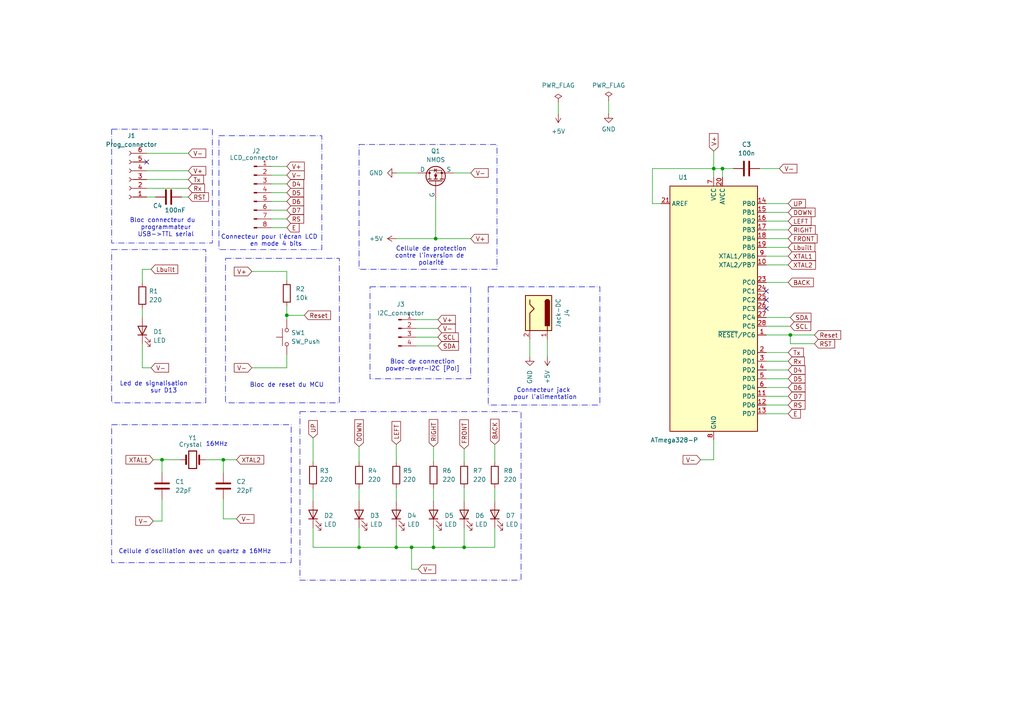
<source format=kicad_sch>
(kicad_sch (version 20250114) (generator "eeschema") (generator_version "9.0")
  (paper "A4")
  (lib_symbols
    (symbol "Connector:Conn_01x04_Pin" (pin_names (offset 1.016) (hide yes))
      (property "Reference" "J" (at 0 5.08 0))
      (property "Value" "Conn_01x04_Pin" (at 0 -7.62 0))
      (symbol "Conn_01x04_Pin_1_1"
        (rectangle (start 0.8636 2.667) (end 0 2.413) (stroke (width 0.1524)) (fill (type outline)))
        (rectangle (start 0.8636 0.127) (end 0 -0.127) (stroke (width 0.1524)) (fill (type outline)))
        (rectangle (start 0.8636 -2.413) (end 0 -2.667) (stroke (width 0.1524)) (fill (type outline)))
        (rectangle (start 0.8636 -4.953) (end 0 -5.207) (stroke (width 0.1524)) (fill (type outline)))
        (polyline (pts (xy 1.27 2.54) (xy 0.8636 2.54)) (stroke (width 0.1524)))
        (polyline (pts (xy 1.27 0) (xy 0.8636 0)) (stroke (width 0.1524)))
        (polyline (pts (xy 1.27 -2.54) (xy 0.8636 -2.54)) (stroke (width 0.1524)))
        (polyline (pts (xy 1.27 -5.08) (xy 0.8636 -5.08)) (stroke (width 0.1524)))
        (pin passive line (at 5.08 2.54 180) (length 3.81) (name "Pin_1") (number "1"))
        (pin passive line (at 5.08 0 180) (length 3.81) (name "Pin_2") (number "2"))
        (pin passive line (at 5.08 -2.54 180) (length 3.81) (name "Pin_3") (number "3"))
        (pin passive line (at 5.08 -5.08 180) (length 3.81) (name "Pin_4") (number "4"))
      )
    )
    (symbol "Connector:Conn_01x06_Socket" (pin_names (offset 1.016) (hide yes))
      (property "Reference" "J" (at 0 7.62 0))
      (property "Value" "Conn_01x06_Socket" (at 0 -10.16 0))
      (symbol "Conn_01x06_Socket_1_1"
        (polyline (pts (xy -1.27 5.08) (xy -0.508 5.08)) (stroke (width 0.1524)))
        (polyline (pts (xy -1.27 2.54) (xy -0.508 2.54)) (stroke (width 0.1524)))
        (polyline (pts (xy -1.27 0) (xy -0.508 0)) (stroke (width 0.1524)))
        (polyline (pts (xy -1.27 -2.54) (xy -0.508 -2.54)) (stroke (width 0.1524)))
        (polyline (pts (xy -1.27 -5.08) (xy -0.508 -5.08)) (stroke (width 0.1524)))
        (polyline (pts (xy -1.27 -7.62) (xy -0.508 -7.62)) (stroke (width 0.1524)))
        (arc (start 0 4.572) (mid -0.5058 5.08) (end 0 5.588) (stroke (width 0.1524)))
        (arc (start 0 2.032) (mid -0.5058 2.54) (end 0 3.048) (stroke (width 0.1524)))
        (arc (start 0 -0.508) (mid -0.5058 0) (end 0 0.508) (stroke (width 0.1524)))
        (arc (start 0 -3.048) (mid -0.5058 -2.54) (end 0 -2.032) (stroke (width 0.1524)))
        (arc (start 0 -5.588) (mid -0.5058 -5.08) (end 0 -4.572) (stroke (width 0.1524)))
        (arc (start 0 -8.128) (mid -0.5058 -7.62) (end 0 -7.112) (stroke (width 0.1524)))
        (pin passive line (at -5.08 5.08 0) (length 3.81) (name "Pin_1") (number "1"))
        (pin passive line (at -5.08 2.54 0) (length 3.81) (name "Pin_2") (number "2"))
        (pin passive line (at -5.08 0 0) (length 3.81) (name "Pin_3") (number "3"))
        (pin passive line (at -5.08 -2.54 0) (length 3.81) (name "Pin_4") (number "4"))
        (pin passive line (at -5.08 -5.08 0) (length 3.81) (name "Pin_5") (number "5"))
        (pin passive line (at -5.08 -7.62 0) (length 3.81) (name "Pin_6") (number "6"))
      )
    )
    (symbol "Connector:Conn_01x08_Pin" (pin_names (offset 1.016) (hide yes))
      (property "Reference" "J" (at 0 10.16 0))
      (property "Value" "Conn_01x08_Pin" (at 0 -12.7 0))
      (symbol "Conn_01x08_Pin_1_1"
        (rectangle (start 0.8636 7.747) (end 0 7.493) (stroke (width 0.1524)) (fill (type outline)))
        (rectangle (start 0.8636 5.207) (end 0 4.953) (stroke (width 0.1524)) (fill (type outline)))
        (rectangle (start 0.8636 2.667) (end 0 2.413) (stroke (width 0.1524)) (fill (type outline)))
        (rectangle (start 0.8636 0.127) (end 0 -0.127) (stroke (width 0.1524)) (fill (type outline)))
        (rectangle (start 0.8636 -2.413) (end 0 -2.667) (stroke (width 0.1524)) (fill (type outline)))
        (rectangle (start 0.8636 -4.953) (end 0 -5.207) (stroke (width 0.1524)) (fill (type outline)))
        (rectangle (start 0.8636 -7.493) (end 0 -7.747) (stroke (width 0.1524)) (fill (type outline)))
        (rectangle (start 0.8636 -10.033) (end 0 -10.287) (stroke (width 0.1524)) (fill (type outline)))
        (polyline (pts (xy 1.27 7.62) (xy 0.8636 7.62)) (stroke (width 0.1524)))
        (polyline (pts (xy 1.27 5.08) (xy 0.8636 5.08)) (stroke (width 0.1524)))
        (polyline (pts (xy 1.27 2.54) (xy 0.8636 2.54)) (stroke (width 0.1524)))
        (polyline (pts (xy 1.27 0) (xy 0.8636 0)) (stroke (width 0.1524)))
        (polyline (pts (xy 1.27 -2.54) (xy 0.8636 -2.54)) (stroke (width 0.1524)))
        (polyline (pts (xy 1.27 -5.08) (xy 0.8636 -5.08)) (stroke (width 0.1524)))
        (polyline (pts (xy 1.27 -7.62) (xy 0.8636 -7.62)) (stroke (width 0.1524)))
        (polyline (pts (xy 1.27 -10.16) (xy 0.8636 -10.16)) (stroke (width 0.1524)))
        (pin passive line (at 5.08 7.62 180) (length 3.81) (name "Pin_1") (number "1"))
        (pin passive line (at 5.08 5.08 180) (length 3.81) (name "Pin_2") (number "2"))
        (pin passive line (at 5.08 2.54 180) (length 3.81) (name "Pin_3") (number "3"))
        (pin passive line (at 5.08 0 180) (length 3.81) (name "Pin_4") (number "4"))
        (pin passive line (at 5.08 -2.54 180) (length 3.81) (name "Pin_5") (number "5"))
        (pin passive line (at 5.08 -5.08 180) (length 3.81) (name "Pin_6") (number "6"))
        (pin passive line (at 5.08 -7.62 180) (length 3.81) (name "Pin_7") (number "7"))
        (pin passive line (at 5.08 -10.16 180) (length 3.81) (name "Pin_8") (number "8"))
      )
    )
    (symbol "Connector:Jack-DC" (pin_names (offset 1.016))
      (property "Reference" "J" (at 0 5.334 0))
      (property "Value" "Jack-DC" (at 0 -5.08 0))
      (symbol "Jack-DC_0_1"
        (rectangle (start -5.08 3.81) (end 5.08 -3.81) (stroke (width 0.254)) (fill (type background)))
        (polyline (pts (xy -3.81 -2.54) (xy -2.54 -2.54) (xy -1.27 -1.27) (xy 0 -2.54) (xy 2.54 -2.54) (xy 5.08 -2.54)) (stroke (width 0.254)))
        (arc (start -3.302 1.905) (mid -3.9343 2.54) (end -3.302 3.175) (stroke (width 0.254)))
        (arc (start -3.302 1.905) (mid -3.9343 2.54) (end -3.302 3.175) (stroke (width 0.254)) (fill (type outline)))
        (rectangle (start 3.683 3.175) (end -3.302 1.905) (stroke (width 0.254)) (fill (type outline)))
        (polyline (pts (xy 5.08 2.54) (xy 3.81 2.54)) (stroke (width 0.254)))
      )
      (symbol "Jack-DC_1_1"
        (pin passive line (at 7.62 2.54 180) (length 2.54) (name "~") (number "1"))
        (pin passive line (at 7.62 -2.54 180) (length 2.54) (name "~") (number "2"))
      )
    )
    (symbol "Device:C" (pin_numbers (hide yes)) (pin_names (offset 0.254))
      (property "Reference" "C" (at 0.635 2.54 0))
      (property "Value" "C" (at 0.635 -2.54 0))
      (symbol "C_0_1"
        (polyline (pts (xy -2.032 0.762) (xy 2.032 0.762)) (stroke (width 0.508)))
        (polyline (pts (xy -2.032 -0.762) (xy 2.032 -0.762)) (stroke (width 0.508)))
      )
      (symbol "C_1_1"
        (pin passive line (at 0 3.81 270) (length 2.794) (name "~") (number "1"))
        (pin passive line (at 0 -3.81 90) (length 2.794) (name "~") (number "2"))
      )
    )
    (symbol "Device:Crystal" (pin_numbers (hide yes)) (pin_names (offset 1.016) (hide yes))
      (property "Reference" "Y" (at 0 3.81 0))
      (property "Value" "Crystal" (at 0 -3.81 0))
      (symbol "Crystal_0_1"
        (polyline (pts (xy -2.54 0) (xy -1.905 0)))
        (polyline (pts (xy -1.905 -1.27) (xy -1.905 1.27)) (stroke (width 0.508)))
        (rectangle (start -1.143 2.54) (end 1.143 -2.54) (stroke (width 0.3048)))
        (polyline (pts (xy 1.905 -1.27) (xy 1.905 1.27)) (stroke (width 0.508)))
        (polyline (pts (xy 2.54 0) (xy 1.905 0)))
      )
      (symbol "Crystal_1_1"
        (pin passive line (at -3.81 0 0) (length 1.27) (name "1") (number "1"))
        (pin passive line (at 3.81 0 180) (length 1.27) (name "2") (number "2"))
      )
    )
    (symbol "Device:LED" (pin_numbers (hide yes)) (pin_names (offset 1.016) (hide yes))
      (property "Reference" "D" (at 0 2.54 0))
      (property "Value" "LED" (at 0 -2.54 0))
      (symbol "LED_0_1"
        (polyline (pts (xy -3.048 -0.762) (xy -4.572 -2.286) (xy -3.81 -2.286) (xy -4.572 -2.286) (xy -4.572 -1.524)))
        (polyline (pts (xy -1.778 -0.762) (xy -3.302 -2.286) (xy -2.54 -2.286) (xy -3.302 -2.286) (xy -3.302 -1.524)))
        (polyline (pts (xy -1.27 0) (xy 1.27 0)))
        (polyline (pts (xy -1.27 -1.27) (xy -1.27 1.27)) (stroke (width 0.254)))
        (polyline (pts (xy 1.27 -1.27) (xy 1.27 1.27) (xy -1.27 0) (xy 1.27 -1.27)) (stroke (width 0.254)))
      )
      (symbol "LED_1_1"
        (pin passive line (at -3.81 0 0) (length 2.54) (name "K") (number "1"))
        (pin passive line (at 3.81 0 180) (length 2.54) (name "A") (number "2"))
      )
    )
    (symbol "Device:R" (pin_numbers (hide yes)) (pin_names (offset 0))
      (property "Reference" "R" (at 2.032 0 90))
      (property "Value" "R" (at 0 0 90))
      (symbol "R_0_1"
        (rectangle (start -1.016 -2.54) (end 1.016 2.54) (stroke (width 0.254)))
      )
      (symbol "R_1_1"
        (pin passive line (at 0 3.81 270) (length 1.27) (name "~") (number "1"))
        (pin passive line (at 0 -3.81 90) (length 1.27) (name "~") (number "2"))
      )
    )
    (symbol "MCU_Microchip_ATmega:ATmega328-P"
      (property "Reference" "U" (at -12.7 36.83 0))
      (property "Value" "ATmega328-P" (at 2.54 -36.83 0))
      (symbol "ATmega328-P_0_1"
        (rectangle (start -12.7 -35.56) (end 12.7 35.56) (stroke (width 0.254)) (fill (type background)))
      )
      (symbol "ATmega328-P_1_1"
        (pin passive line (at -15.24 30.48 0) (length 2.54) (name "AREF") (number "21"))
        (pin power_in line (at 0 38.1 270) (length 2.54) (name "VCC") (number "7"))
        (pin passive line (at 0 -38.1 90) (length 2.54) (hide yes) (name "GND") (number "22"))
        (pin power_in line (at 0 -38.1 90) (length 2.54) (name "GND") (number "8"))
        (pin power_in line (at 2.54 38.1 270) (length 2.54) (name "AVCC") (number "20"))
        (pin bidirectional line (at 15.24 30.48 180) (length 2.54) (name "PB0") (number "14"))
        (pin bidirectional line (at 15.24 27.94 180) (length 2.54) (name "PB1") (number "15"))
        (pin bidirectional line (at 15.24 25.4 180) (length 2.54) (name "PB2") (number "16"))
        (pin bidirectional line (at 15.24 22.86 180) (length 2.54) (name "PB3") (number "17"))
        (pin bidirectional line (at 15.24 20.32 180) (length 2.54) (name "PB4") (number "18"))
        (pin bidirectional line (at 15.24 17.78 180) (length 2.54) (name "PB5") (number "19"))
        (pin bidirectional line (at 15.24 15.24 180) (length 2.54) (name "XTAL1/PB6") (number "9"))
        (pin bidirectional line (at 15.24 12.7 180) (length 2.54) (name "XTAL2/PB7") (number "10"))
        (pin bidirectional line (at 15.24 7.62 180) (length 2.54) (name "PC0") (number "23"))
        (pin bidirectional line (at 15.24 5.08 180) (length 2.54) (name "PC1") (number "24"))
        (pin bidirectional line (at 15.24 2.54 180) (length 2.54) (name "PC2") (number "25"))
        (pin bidirectional line (at 15.24 0 180) (length 2.54) (name "PC3") (number "26"))
        (pin bidirectional line (at 15.24 -2.54 180) (length 2.54) (name "PC4") (number "27"))
        (pin bidirectional line (at 15.24 -5.08 180) (length 2.54) (name "PC5") (number "28"))
        (pin bidirectional line (at 15.24 -7.62 180) (length 2.54) (name "~{RESET}/PC6") (number "1"))
        (pin bidirectional line (at 15.24 -12.7 180) (length 2.54) (name "PD0") (number "2"))
        (pin bidirectional line (at 15.24 -15.24 180) (length 2.54) (name "PD1") (number "3"))
        (pin bidirectional line (at 15.24 -17.78 180) (length 2.54) (name "PD2") (number "4"))
        (pin bidirectional line (at 15.24 -20.32 180) (length 2.54) (name "PD3") (number "5"))
        (pin bidirectional line (at 15.24 -22.86 180) (length 2.54) (name "PD4") (number "6"))
        (pin bidirectional line (at 15.24 -25.4 180) (length 2.54) (name "PD5") (number "11"))
        (pin bidirectional line (at 15.24 -27.94 180) (length 2.54) (name "PD6") (number "12"))
        (pin bidirectional line (at 15.24 -30.48 180) (length 2.54) (name "PD7") (number "13"))
      )
    )
    (symbol "Simulation_SPICE:NMOS" (pin_numbers (hide yes)) (pin_names (offset 0))
      (property "Reference" "Q1" (at 8.89 0 90))
      (property "Value" "NMOS" (at 6.35 0 90))
      (symbol "NMOS_0_1"
        (polyline (pts (xy 0.254 1.905) (xy 0.254 -1.905)) (stroke (width 0.254)))
        (polyline (pts (xy 0.254 0) (xy -2.54 0)))
        (polyline (pts (xy 0.762 2.286) (xy 0.762 1.27)) (stroke (width 0.254)))
        (polyline (pts (xy 0.762 0.508) (xy 0.762 -0.508)) (stroke (width 0.254)))
        (polyline (pts (xy 0.762 -1.27) (xy 0.762 -2.286)) (stroke (width 0.254)))
        (polyline (pts (xy 0.762 -1.778) (xy 3.302 -1.778) (xy 3.302 1.778) (xy 0.762 1.778)))
        (polyline (pts (xy 1.016 0) (xy 2.032 0.381) (xy 2.032 -0.381) (xy 1.016 0)) (fill (type outline)))
        (circle (center 1.651 0) (radius 2.794) (stroke (width 0.254)))
        (polyline (pts (xy 2.54 2.54) (xy 2.54 1.778)))
        (circle (center 2.54 1.778) (radius 0.254) (fill (type outline)))
        (circle (center 2.54 -1.778) (radius 0.254) (fill (type outline)))
        (polyline (pts (xy 2.54 -2.54) (xy 2.54 0) (xy 0.762 0)))
        (polyline (pts (xy 2.794 0.508) (xy 2.921 0.381) (xy 3.683 0.381) (xy 3.81 0.254)))
        (polyline (pts (xy 3.302 0.381) (xy 2.921 -0.254) (xy 3.683 -0.254) (xy 3.302 0.381)))
      )
      (symbol "NMOS_1_1"
        (pin input line (at -5.08 0 0) (length 2.54) (name "G") (number "2"))
        (pin passive line (at 2.54 5.08 270) (length 2.54) (name "D") (number "1"))
        (pin power_out line (at 2.54 -5.08 90) (length 2.54) (name "S") (number "3"))
      )
    )
    (symbol "Switch:SW_Push" (pin_numbers (hide yes)) (pin_names (offset 1.016) (hide yes))
      (property "Reference" "SW" (at 1.27 2.54 0))
      (property "Value" "SW_Push" (at 0 -1.524 0))
      (symbol "SW_Push_0_1"
        (circle (center -2.032 0) (radius 0.508))
        (polyline (pts (xy 0 1.27) (xy 0 3.048)))
        (circle (center 2.032 0) (radius 0.508))
        (polyline (pts (xy 2.54 1.27) (xy -2.54 1.27)))
        (pin passive line (at -5.08 0 0) (length 2.54) (name "1") (number "1"))
        (pin passive line (at 5.08 0 180) (length 2.54) (name "2") (number "2"))
      )
    )
    (symbol "power:+5V" (power) (pin_numbers (hide yes)) (pin_names (offset 0) (hide yes))
      (property "Value" "+5V" (at 0 3.556 0))
      (symbol "+5V_0_1"
        (polyline (pts (xy -0.762 1.27) (xy 0 2.54)))
        (polyline (pts (xy 0 2.54) (xy 0.762 1.27)))
        (polyline (pts (xy 0 0) (xy 0 2.54)))
      )
      (symbol "+5V_1_1"
        (pin power_in line (at 0 0 90) (length 0) (name "~") (number "1"))
      )
    )
    (symbol "power:GND" (power) (pin_numbers (hide yes)) (pin_names (offset 0) (hide yes))
      (property "Value" "GND" (at 0 -3.81 0))
      (symbol "GND_0_1"
        (polyline (pts (xy 0 0) (xy 0 -1.27) (xy 1.27 -1.27) (xy 0 -2.54) (xy -1.27 -1.27) (xy 0 -1.27)))
      )
      (symbol "GND_1_1"
        (pin power_in line (at 0 0 270) (length 0) (name "~") (number "1"))
      )
    )
    (symbol "power:PWR_FLAG" (power) (pin_numbers (hide yes)) (pin_names (offset 0) (hide yes))
      (property "Value" "PWR_FLAG" (at 0 3.81 0))
      (symbol "PWR_FLAG_0_0"
        (pin power_out line (at 0 0 90) (length 0) (name "~") (number "1"))
      )
      (symbol "PWR_FLAG_0_1"
        (polyline (pts (xy 0 0) (xy 0 1.27) (xy -1.016 1.905) (xy 0 2.54) (xy 1.016 1.905) (xy 0 1.27)))
      )
    )
  )
  (rectangle (start 32.385 123.19) (end 84.455 163.195) (stroke (width 0) (type dash_dot)))
  (rectangle (start 32.385 37.465) (end 61.595 70.485) (stroke (width 0) (type dash_dot)))
  (rectangle (start 107.315 83.185) (end 136.525 109.855) (stroke (width 0) (type dash_dot)))
  (rectangle (start 104.14 41.91) (end 144.145 78.105) (stroke (width 0) (type dash_dot)))
  (rectangle (start 65.405 74.93) (end 98.425 116.84) (stroke (width 0) (type dash_dot)))
  (rectangle (start 86.995 119.38) (end 151.13 168.275) (stroke (width 0) (type dash_dot)))
  (rectangle (start 32.385 72.39) (end 59.69 116.84) (stroke (width 0) (type dash_dot)))
  (rectangle (start 63.5 39.37) (end 93.345 72.39) (stroke (width 0) (type dash_dot)))
  (rectangle (start 141.605 83.185) (end 173.99 117.475) (stroke (width 0) (type dash_dot)))
  (text "16MHz" (at 62.865 128.905 0) (effects (font (size 1.27 1.27))))
  (text "Bloc connecteur du \n programmateur\n USB->TTL serial" (at 47.625 66.04 0) (effects (font (size 1.27 1.27))))
  (text "Bloc de reset du MCU" (at 83.185 111.76 0) (effects (font (size 1.27 1.27))))
  (text "Bloc de connection\npower-over-I2C [PoI]" (at 122.555 106.045 0) (effects (font (size 1.27 1.27))))
  (text "Led de signalisation \n	sur D13" (at 45.085 112.395 0) (effects (font (size 1.27 1.27))))
  (text "Cellule d'oscillation avec un quartz a 16MHz" (at 56.515 160.02 0) (effects (font (size 1.27 1.27))))
  (text "Connecteur jack \npour l'alimentation" (at 158.115 114.3 0) (effects (font (size 1.27 1.27))))
  (text "Cellule de protection\ncontre l'inversion de \npolarité" (at 125.095 74.295 0) (effects (font (size 1.27 1.27))))
  (text "Connecteur pour l'écran LCD\n    en mode 4 bits" (at 78.105 69.85 0) (effects (font (size 1.27 1.27))))
  (junction (at 126.365 69.215))
  (junction (at 207.01 48.895))
  (junction (at 114.935 158.75))
  (junction (at 104.14 158.75))
  (junction (at 134.62 158.75))
  (junction (at 125.73 158.75))
  (junction (at 46.99 133.35))
  (junction (at 64.77 133.35))
  (junction (at 229.235 97.155))
  (junction (at 209.55 48.895))
  (junction (at 119.38 158.75))
  (junction (at 83.185 91.44))
  (no_connect (at 222.25 86.995))
  (no_connect (at 42.545 46.99))
  (no_connect (at 222.25 89.535))
  (no_connect (at 222.25 84.455))
  (wire (pts (xy 104.14 141.605) (xy 104.14 145.415)))
  (wire (pts (xy 125.73 158.75) (xy 119.38 158.75)))
  (wire (pts (xy 41.275 99.695) (xy 41.275 106.68)))
  (wire (pts (xy 46.99 151.13) (xy 44.45 151.13)))
  (wire (pts (xy 42.545 52.07) (xy 54.61 52.07)))
  (wire (pts (xy 43.815 106.68) (xy 41.275 106.68)))
  (wire (pts (xy 134.62 158.75) (xy 125.73 158.75)))
  (wire (pts (xy 222.25 81.915) (xy 228.6 81.915)))
  (wire (pts (xy 83.185 88.9) (xy 83.185 91.44)))
  (wire (pts (xy 222.25 61.595) (xy 228.6 61.595)))
  (wire (pts (xy 73.025 106.68) (xy 83.185 106.68)))
  (wire (pts (xy 120.65 100.33) (xy 127 100.33)))
  (wire (pts (xy 220.345 48.895) (xy 226.06 48.895)))
  (wire (pts (xy 90.805 127) (xy 90.805 133.985)))
  (wire (pts (xy 42.545 57.15) (xy 45.085 57.15)))
  (wire (pts (xy 46.99 137.16) (xy 46.99 133.35)))
  (wire (pts (xy 236.22 97.155) (xy 229.235 97.155)))
  (wire (pts (xy 222.25 94.615) (xy 229.235 94.615)))
  (wire (pts (xy 104.14 158.75) (xy 90.805 158.75)))
  (wire (pts (xy 83.185 78.74) (xy 83.185 81.28)))
  (wire (pts (xy 42.545 44.45) (xy 54.61 44.45)))
  (wire (pts (xy 44.45 133.35) (xy 46.99 133.35)))
  (wire (pts (xy 125.73 129.54) (xy 125.73 133.985)))
  (wire (pts (xy 222.25 117.475) (xy 228.6 117.475)))
  (wire (pts (xy 78.74 60.96) (xy 83.185 60.96)))
  (wire (pts (xy 64.77 150.495) (xy 68.58 150.495)))
  (wire (pts (xy 42.545 49.53) (xy 54.61 49.53)))
  (wire (pts (xy 114.935 158.75) (xy 104.14 158.75)))
  (wire (pts (xy 134.62 130.175) (xy 134.62 133.985)))
  (wire (pts (xy 222.25 120.015) (xy 228.6 120.015)))
  (wire (pts (xy 222.25 64.135) (xy 228.6 64.135)))
  (wire (pts (xy 120.65 92.71) (xy 127 92.71)))
  (wire (pts (xy 203.2 133.35) (xy 207.01 133.35)))
  (wire (pts (xy 119.38 165.1) (xy 121.285 165.1)))
  (wire (pts (xy 114.935 128.905) (xy 114.935 133.985)))
  (wire (pts (xy 236.22 99.695) (xy 229.235 99.695)))
  (wire (pts (xy 78.74 48.26) (xy 83.185 48.26)))
  (wire (pts (xy 46.99 144.78) (xy 46.99 151.13)))
  (wire (pts (xy 143.51 158.75) (xy 134.62 158.75)))
  (wire (pts (xy 46.99 133.35) (xy 52.07 133.35)))
  (wire (pts (xy 222.25 112.395) (xy 228.6 112.395)))
  (wire (pts (xy 59.69 133.35) (xy 64.77 133.35)))
  (wire (pts (xy 222.25 71.755) (xy 228.6 71.755)))
  (wire (pts (xy 104.14 153.035) (xy 104.14 158.75)))
  (wire (pts (xy 222.25 114.935) (xy 228.6 114.935)))
  (wire (pts (xy 134.62 141.605) (xy 134.62 145.415)))
  (wire (pts (xy 119.38 158.75) (xy 114.935 158.75)))
  (wire (pts (xy 222.25 107.315) (xy 228.6 107.315)))
  (wire (pts (xy 90.805 153.035) (xy 90.805 158.75)))
  (wire (pts (xy 41.275 78.105) (xy 41.275 81.915)))
  (wire (pts (xy 222.25 102.235) (xy 228.6 102.235)))
  (wire (pts (xy 134.62 153.035) (xy 134.62 158.75)))
  (wire (pts (xy 104.14 129.54) (xy 104.14 133.985)))
  (wire (pts (xy 78.74 58.42) (xy 83.185 58.42)))
  (wire (pts (xy 207.01 127.635) (xy 207.01 133.35)))
  (wire (pts (xy 229.235 97.155) (xy 222.25 97.155)))
  (wire (pts (xy 189.23 59.055) (xy 189.23 48.895)))
  (wire (pts (xy 143.51 141.605) (xy 143.51 145.415)))
  (wire (pts (xy 229.235 99.695) (xy 229.235 97.155)))
  (wire (pts (xy 42.545 54.61) (xy 54.61 54.61)))
  (wire (pts (xy 119.38 158.75) (xy 119.38 165.1)))
  (wire (pts (xy 222.25 59.055) (xy 228.6 59.055)))
  (wire (pts (xy 222.25 109.855) (xy 228.6 109.855)))
  (wire (pts (xy 125.73 141.605) (xy 125.73 145.415)))
  (wire (pts (xy 222.25 69.215) (xy 228.6 69.215)))
  (wire (pts (xy 161.925 29.845) (xy 161.925 33.02)))
  (wire (pts (xy 212.725 48.895) (xy 209.55 48.895)))
  (wire (pts (xy 90.805 141.605) (xy 90.805 145.415)))
  (wire (pts (xy 78.74 53.34) (xy 83.185 53.34)))
  (wire (pts (xy 114.935 141.605) (xy 114.935 145.415)))
  (wire (pts (xy 52.705 57.15) (xy 54.61 57.15)))
  (wire (pts (xy 209.55 48.895) (xy 207.01 48.895)))
  (wire (pts (xy 176.53 29.21) (xy 176.53 33.02)))
  (wire (pts (xy 153.67 98.425) (xy 153.67 103.505)))
  (wire (pts (xy 83.185 91.44) (xy 88.265 91.44)))
  (wire (pts (xy 222.25 74.295) (xy 228.6 74.295)))
  (wire (pts (xy 41.275 89.535) (xy 41.275 92.075)))
  (wire (pts (xy 222.25 66.675) (xy 228.6 66.675)))
  (wire (pts (xy 83.185 91.44) (xy 83.185 92.71)))
  (wire (pts (xy 64.77 144.78) (xy 64.77 150.495)))
  (wire (pts (xy 73.025 78.74) (xy 83.185 78.74)))
  (wire (pts (xy 191.77 59.055) (xy 189.23 59.055)))
  (wire (pts (xy 78.74 66.04) (xy 83.185 66.04)))
  (wire (pts (xy 131.445 50.165) (xy 136.525 50.165)))
  (wire (pts (xy 78.74 55.88) (xy 83.185 55.88)))
  (wire (pts (xy 143.51 128.905) (xy 143.51 133.985)))
  (wire (pts (xy 43.815 78.105) (xy 41.275 78.105)))
  (wire (pts (xy 222.25 92.075) (xy 229.235 92.075)))
  (wire (pts (xy 189.23 48.895) (xy 207.01 48.895)))
  (wire (pts (xy 78.74 63.5) (xy 83.185 63.5)))
  (wire (pts (xy 126.365 69.215) (xy 136.525 69.215)))
  (wire (pts (xy 207.01 43.815) (xy 207.01 48.895)))
  (wire (pts (xy 158.75 98.425) (xy 158.75 103.505)))
  (wire (pts (xy 207.01 51.435) (xy 207.01 48.895)))
  (wire (pts (xy 222.25 76.835) (xy 228.6 76.835)))
  (wire (pts (xy 114.935 153.035) (xy 114.935 158.75)))
  (wire (pts (xy 114.935 69.215) (xy 126.365 69.215)))
  (wire (pts (xy 78.74 50.8) (xy 83.185 50.8)))
  (wire (pts (xy 114.935 50.165) (xy 121.285 50.165)))
  (wire (pts (xy 143.51 153.035) (xy 143.51 158.75)))
  (wire (pts (xy 209.55 48.895) (xy 209.55 51.435)))
  (wire (pts (xy 126.365 57.785) (xy 126.365 69.215)))
  (wire (pts (xy 120.65 95.25) (xy 127 95.25)))
  (wire (pts (xy 120.65 97.79) (xy 127 97.79)))
  (wire (pts (xy 222.25 104.775) (xy 228.6 104.775)))
  (wire (pts (xy 125.73 153.035) (xy 125.73 158.75)))
  (wire (pts (xy 83.185 102.87) (xy 83.185 106.68)))
  (wire (pts (xy 64.77 133.35) (xy 64.77 137.16)))
  (wire (pts (xy 64.77 133.35) (xy 68.58 133.35)))
  (global_label "D7" (shape input) (at 83.185 60.96 0) (property "Intersheetrefs" "${INTERSHEET_REFS}" (effects (hide yes))))
  (global_label "V-" (shape input) (at 44.45 151.13 180) (property "Intersheetrefs" "${INTERSHEET_REFS}" (effects (hide yes))))
  (global_label "D6" (shape input) (at 83.185 58.42 0) (property "Intersheetrefs" "${INTERSHEET_REFS}" (effects (hide yes))))
  (global_label "BACK" (shape input) (at 143.51 128.905 90) (property "Intersheetrefs" "${INTERSHEET_REFS}" (effects (hide yes))))
  (global_label "XTAL1" (shape input) (at 44.45 133.35 180) (property "Intersheetrefs" "${INTERSHEET_REFS}" (effects (hide yes))))
  (global_label "V+" (shape input) (at 83.185 48.26 0) (property "Intersheetrefs" "${INTERSHEET_REFS}" (effects (hide yes))))
  (global_label "V-" (shape input) (at 68.58 150.495 0) (property "Intersheetrefs" "${INTERSHEET_REFS}" (effects (hide yes))))
  (global_label "Lbuilt" (shape input) (at 43.815 78.105 0) (property "Intersheetrefs" "${INTERSHEET_REFS}" (effects (hide yes))))
  (global_label "Lbuilt" (shape input) (at 228.6 71.755 0) (property "Intersheetrefs" "${INTERSHEET_REFS}" (effects (hide yes))))
  (global_label "Tx" (shape input) (at 54.61 52.07 0) (property "Intersheetrefs" "${INTERSHEET_REFS}" (effects (hide yes))))
  (global_label "V-" (shape input) (at 43.815 106.68 0) (property "Intersheetrefs" "${INTERSHEET_REFS}" (effects (hide yes))))
  (global_label "D6" (shape input) (at 228.6 112.395 0) (property "Intersheetrefs" "${INTERSHEET_REFS}" (effects (hide yes))))
  (global_label "XTAL2" (shape input) (at 228.6 76.835 0) (property "Intersheetrefs" "${INTERSHEET_REFS}" (effects (hide yes))))
  (global_label "RST" (shape input) (at 236.22 99.695 0) (property "Intersheetrefs" "${INTERSHEET_REFS}" (effects (hide yes))))
  (global_label "D5" (shape input) (at 228.6 109.855 0) (property "Intersheetrefs" "${INTERSHEET_REFS}" (effects (hide yes))))
  (global_label "V-" (shape input) (at 54.61 44.45 0) (property "Intersheetrefs" "${INTERSHEET_REFS}" (effects (hide yes))))
  (global_label "LEFT" (shape input) (at 228.6 64.135 0) (property "Intersheetrefs" "${INTERSHEET_REFS}" (effects (hide yes))))
  (global_label "V+" (shape input) (at 136.525 69.215 0) (property "Intersheetrefs" "${INTERSHEET_REFS}" (effects (hide yes))))
  (global_label "V+" (shape input) (at 207.01 43.815 90) (property "Intersheetrefs" "${INTERSHEET_REFS}" (effects (hide yes))))
  (global_label "D4" (shape input) (at 83.185 53.34 0) (property "Intersheetrefs" "${INTERSHEET_REFS}" (effects (hide yes))))
  (global_label "Reset" (shape input) (at 236.22 97.155 0) (property "Intersheetrefs" "${INTERSHEET_REFS}" (effects (hide yes))))
  (global_label "V-" (shape input) (at 136.525 50.165 0) (property "Intersheetrefs" "${INTERSHEET_REFS}" (effects (hide yes))))
  (global_label "RIGHT" (shape input) (at 125.73 129.54 90) (property "Intersheetrefs" "${INTERSHEET_REFS}" (effects (hide yes))))
  (global_label "V+" (shape input) (at 54.61 49.53 0) (property "Intersheetrefs" "${INTERSHEET_REFS}" (effects (hide yes))))
  (global_label "SDA" (shape input) (at 229.235 92.075 0) (property "Intersheetrefs" "${INTERSHEET_REFS}" (effects (hide yes))))
  (global_label "D7" (shape input) (at 228.6 114.935 0) (property "Intersheetrefs" "${INTERSHEET_REFS}" (effects (hide yes))))
  (global_label "V-" (shape input) (at 83.185 50.8 0) (property "Intersheetrefs" "${INTERSHEET_REFS}" (effects (hide yes))))
  (global_label "V+" (shape input) (at 127 92.71 0) (property "Intersheetrefs" "${INTERSHEET_REFS}" (effects (hide yes))))
  (global_label "BACK" (shape input) (at 228.6 81.915 0) (property "Intersheetrefs" "${INTERSHEET_REFS}" (effects (hide yes))))
  (global_label "V-" (shape input) (at 121.285 165.1 0) (property "Intersheetrefs" "${INTERSHEET_REFS}" (effects (hide yes))))
  (global_label "UP" (shape input) (at 228.6 59.055 0) (property "Intersheetrefs" "${INTERSHEET_REFS}" (effects (hide yes))))
  (global_label "E" (shape input) (at 228.6 120.015 0) (property "Intersheetrefs" "${INTERSHEET_REFS}" (effects (hide yes))))
  (global_label "D4" (shape input) (at 228.6 107.315 0) (property "Intersheetrefs" "${INTERSHEET_REFS}" (effects (hide yes))))
  (global_label "XTAL1" (shape input) (at 228.6 74.295 0) (property "Intersheetrefs" "${INTERSHEET_REFS}" (effects (hide yes))))
  (global_label "V-" (shape input) (at 226.06 48.895 0) (property "Intersheetrefs" "${INTERSHEET_REFS}" (effects (hide yes))))
  (global_label "RIGHT" (shape input) (at 228.6 66.675 0) (property "Intersheetrefs" "${INTERSHEET_REFS}" (effects (hide yes))))
  (global_label "V-" (shape input) (at 127 95.25 0) (property "Intersheetrefs" "${INTERSHEET_REFS}" (effects (hide yes))))
  (global_label "RST" (shape input) (at 54.61 57.15 0) (property "Intersheetrefs" "${INTERSHEET_REFS}" (effects (hide yes))))
  (global_label "SCL" (shape input) (at 229.235 94.615 0) (property "Intersheetrefs" "${INTERSHEET_REFS}" (effects (hide yes))))
  (global_label "Reset" (shape input) (at 88.265 91.44 0) (property "Intersheetrefs" "${INTERSHEET_REFS}" (effects (hide yes))))
  (global_label "D5" (shape input) (at 83.185 55.88 0) (property "Intersheetrefs" "${INTERSHEET_REFS}" (effects (hide yes))))
  (global_label "FRONT" (shape input) (at 134.62 130.175 90) (property "Intersheetrefs" "${INTERSHEET_REFS}" (effects (hide yes))))
  (global_label "UP" (shape input) (at 90.805 127 90) (property "Intersheetrefs" "${INTERSHEET_REFS}" (effects (hide yes))))
  (global_label "Rx" (shape input) (at 228.6 104.775 0) (property "Intersheetrefs" "${INTERSHEET_REFS}" (effects (hide yes))))
  (global_label "Rx" (shape input) (at 54.61 54.61 0) (property "Intersheetrefs" "${INTERSHEET_REFS}" (effects (hide yes))))
  (global_label "DOWN" (shape input) (at 104.14 129.54 90) (property "Intersheetrefs" "${INTERSHEET_REFS}" (effects (hide yes))))
  (global_label "LEFT" (shape input) (at 114.935 128.905 90) (property "Intersheetrefs" "${INTERSHEET_REFS}" (effects (hide yes))))
  (global_label "RS" (shape input) (at 83.185 63.5 0) (property "Intersheetrefs" "${INTERSHEET_REFS}" (effects (hide yes))))
  (global_label "XTAL2" (shape input) (at 68.58 133.35 0) (property "Intersheetrefs" "${INTERSHEET_REFS}" (effects (hide yes))))
  (global_label "V-" (shape input) (at 203.2 133.35 180) (property "Intersheetrefs" "${INTERSHEET_REFS}" (effects (hide yes))))
  (global_label "FRONT" (shape input) (at 228.6 69.215 0) (property "Intersheetrefs" "${INTERSHEET_REFS}" (effects (hide yes))))
  (global_label "E" (shape input) (at 83.185 66.04 0) (property "Intersheetrefs" "${INTERSHEET_REFS}" (effects (hide yes))))
  (global_label "SCL" (shape input) (at 127 97.79 0) (property "Intersheetrefs" "${INTERSHEET_REFS}" (effects (hide yes))))
  (global_label "SDA" (shape input) (at 127 100.33 0) (property "Intersheetrefs" "${INTERSHEET_REFS}" (effects (hide yes))))
  (global_label "DOWN" (shape input) (at 228.6 61.595 0) (property "Intersheetrefs" "${INTERSHEET_REFS}" (effects (hide yes))))
  (global_label "V+" (shape input) (at 73.025 78.74 180) (property "Intersheetrefs" "${INTERSHEET_REFS}" (effects (hide yes))))
  (global_label "V-" (shape input) (at 73.025 106.68 180) (property "Intersheetrefs" "${INTERSHEET_REFS}" (effects (hide yes))))
  (global_label "Tx" (shape input) (at 228.6 102.235 0) (property "Intersheetrefs" "${INTERSHEET_REFS}" (effects (hide yes))))
  (global_label "RS" (shape input) (at 228.6 117.475 0) (property "Intersheetrefs" "${INTERSHEET_REFS}" (effects (hide yes))))
  (symbol (lib_id "Device:C") (at 64.77 140.97 0) (unit 1)
    (property "Reference" "C2" (at 68.58 139.6999 0) (effects (justify left)))
    (property "Value" "22pF" (at 68.58 142.2399 0) (effects (justify left)))
    (property "Footprint" "Capacitor_THT:C_Disc_D7.5mm_W5.0mm_P7.50mm" (effects (hide yes)))
    (property "Description" "Unpolarized capacitor" (effects (hide yes)))
  )
  (symbol (lib_id "Device:C") (at 48.895 57.15 90) (unit 1)
    (property "Reference" "C4" (at 45.72 59.69 90))
    (property "Value" "100nF" (at 50.8 60.96 90))
    (property "Footprint" "Capacitor_THT:C_Disc_D7.5mm_W5.0mm_P7.50mm" (effects (hide yes)))
    (property "Description" "Unpolarized capacitor" (effects (hide yes)))
  )
  (symbol (lib_id "Device:R") (at 114.935 137.795 0) (unit 1)
    (property "Reference" "R5" (at 116.84 136.5249 0) (effects (justify left)))
    (property "Value" "220" (at 116.84 139.0649 0) (effects (justify left)))
    (property "Footprint" "Resistor_THT:R_Axial_DIN0207_L6.3mm_D2.5mm_P7.62mm_Horizontal" (effects (hide yes)))
    (property "Description" "Resistor" (effects (hide yes)))
  )
  (symbol (lib_id "power:+5V") (at 114.935 69.215 90) (unit 1)
    (property "Reference" "#PWR03" (effects (hide yes)))
    (property "Value" "+5V" (at 111.125 69.2149 90) (effects (justify left)))
    (property "Description" "Power symbol creates a global label with name \"+5V\"" (effects (hide yes)))
  )
  (symbol (lib_id "power:PWR_FLAG") (at 161.925 29.845 0) (unit 1)
    (property "Reference" "#FLG01" (effects (hide yes)))
    (property "Value" "PWR_FLAG" (at 161.925 24.765 0))
    (property "Description" "Special symbol for telling ERC where power comes from" (effects (hide yes)))
  )
  (symbol (lib_id "Connector:Conn_01x04_Pin") (at 115.57 95.25 0) (unit 1)
    (property "Reference" "J3" (at 116.205 88.265 0))
    (property "Value" "I2C_connector" (at 116.205 90.805 0))
    (property "Footprint" "Connector_JST:JST_EH_S4B-EH_1x04_P2.50mm_Horizontal" (effects (hide yes)))
    (property "Description" "Generic connector, single row, 01x04, script generated" (effects (hide yes)))
  )
  (symbol (lib_id "Device:Crystal") (at 55.88 133.35 180) (unit 1)
    (property "Reference" "Y1" (at 55.88 127 0))
    (property "Value" "Crystal" (at 55.245 128.905 0))
    (property "Footprint" "Crystal:Crystal_HC49-U_Vertical" (effects (hide yes)))
    (property "Description" "Two pin crystal" (effects (hide yes)))
  )
  (symbol (lib_id "Device:R") (at 134.62 137.795 0) (unit 1)
    (property "Reference" "R7" (at 137.16 136.5249 0) (effects (justify left)))
    (property "Value" "220" (at 137.16 139.0649 0) (effects (justify left)))
    (property "Footprint" "Resistor_THT:R_Axial_DIN0207_L6.3mm_D2.5mm_P7.62mm_Horizontal" (effects (hide yes)))
    (property "Description" "Resistor" (effects (hide yes)))
  )
  (symbol (lib_id "Simulation_SPICE:NMOS") (at 126.365 52.705 90) (unit 1)
    (property "Reference" "Q1" (at 126.365 43.815 90))
    (property "Value" "NMOS" (at 126.365 46.355 90))
    (property "Footprint" "Package_TO_SOT_THT:TO-220F-3_Vertical" (effects (hide yes)))
    (property "Datasheet" "https://ngspice.sourceforge.io/docs/ngspice-html-manual/manual.xhtml#cha_MOSFETs" (effects (hide yes)))
    (property "Description" "N-MOSFET transistor, drain/source/gate" (effects (hide yes)))
    (property "Sim.Device" "NMOS" (effects (hide yes)))
    (property "Sim.Type" "VDMOS" (effects (hide yes)))
    (property "Sim.Pins" "1=D 2=G 3=S" (effects (hide yes)))
  )
  (symbol (lib_id "Device:LED") (at 104.14 149.225 90) (unit 1)
    (property "Reference" "D3" (at 107.315 149.5424 90) (effects (justify right)))
    (property "Value" "LED" (at 107.315 152.0824 90) (effects (justify right)))
    (property "Footprint" "LED_THT:LED_D3.0mm" (effects (hide yes)))
    (property "Description" "Light emitting diode" (effects (hide yes)))
    (property "Sim.Pins" "1=K 2=A" (effects (hide yes)))
  )
  (symbol (lib_id "Device:R") (at 90.805 137.795 0) (unit 1)
    (property "Reference" "R3" (at 92.71 136.5249 0) (effects (justify left)))
    (property "Value" "220" (at 92.71 139.0649 0) (effects (justify left)))
    (property "Footprint" "Resistor_THT:R_Axial_DIN0207_L6.3mm_D2.5mm_P7.62mm_Horizontal" (effects (hide yes)))
    (property "Description" "Resistor" (effects (hide yes)))
  )
  (symbol (lib_id "Device:R") (at 143.51 137.795 0) (unit 1)
    (property "Reference" "R8" (at 146.05 136.5249 0) (effects (justify left)))
    (property "Value" "220" (at 146.05 139.0649 0) (effects (justify left)))
    (property "Footprint" "Resistor_THT:R_Axial_DIN0207_L6.3mm_D2.5mm_P7.62mm_Horizontal" (effects (hide yes)))
    (property "Description" "Resistor" (effects (hide yes)))
  )
  (symbol (lib_id "power:GND") (at 176.53 33.02 0) (unit 1)
    (property "Reference" "#PWR06" (effects (hide yes)))
    (property "Value" "GND" (at 176.53 37.465 0))
    (property "Description" "Power symbol creates a global label with name \"GND\" , ground" (effects (hide yes)))
  )
  (symbol (lib_id "Device:R") (at 125.73 137.795 0) (unit 1)
    (property "Reference" "R6" (at 128.27 136.5249 0) (effects (justify left)))
    (property "Value" "220" (at 128.27 139.0649 0) (effects (justify left)))
    (property "Footprint" "Resistor_THT:R_Axial_DIN0207_L6.3mm_D2.5mm_P7.62mm_Horizontal" (effects (hide yes)))
    (property "Description" "Resistor" (effects (hide yes)))
  )
  (symbol (lib_id "Device:R") (at 41.275 85.725 0) (unit 1)
    (property "Reference" "R1" (at 43.18 84.4549 0) (effects (justify left)))
    (property "Value" "220" (at 43.18 86.9949 0) (effects (justify left)))
    (property "Footprint" "Resistor_THT:R_Axial_DIN0207_L6.3mm_D2.5mm_P7.62mm_Horizontal" (effects (hide yes)))
    (property "Description" "Resistor" (effects (hide yes)))
  )
  (symbol (lib_id "Connector:Jack-DC") (at 156.21 90.805 270) (unit 1)
    (property "Reference" "J4" (at 164.465 90.805 0))
    (property "Value" "Jack-DC" (at 161.925 90.805 0))
    (property "Footprint" "Connector_BarrelJack:BarrelJack_Horizontal" (effects (hide yes)))
    (property "Description" "DC Barrel Jack" (effects (hide yes)))
  )
  (symbol (lib_id "Device:LED") (at 90.805 149.225 90) (unit 1)
    (property "Reference" "D2" (at 93.98 149.5424 90) (effects (justify right)))
    (property "Value" "LED" (at 93.98 152.0824 90) (effects (justify right)))
    (property "Footprint" "LED_THT:LED_D3.0mm" (effects (hide yes)))
    (property "Description" "Light emitting diode" (effects (hide yes)))
    (property "Sim.Pins" "1=K 2=A" (effects (hide yes)))
  )
  (symbol (lib_id "power:PWR_FLAG") (at 176.53 29.21 0) (unit 1)
    (property "Reference" "#FLG02" (effects (hide yes)))
    (property "Value" "PWR_FLAG" (at 176.53 24.765 0))
    (property "Description" "Special symbol for telling ERC where power comes from" (effects (hide yes)))
  )
  (symbol (lib_id "Switch:SW_Push") (at 83.185 97.79 90) (unit 1)
    (property "Reference" "SW1" (at 84.455 96.5199 90) (effects (justify right)))
    (property "Value" "SW_Push" (at 84.455 99.0599 90) (effects (justify right)))
    (property "Footprint" "Button_Switch_THT:SW_PUSH_6mm" (effects (hide yes)))
    (property "Description" "Push button switch, generic, two pins" (effects (hide yes)))
  )
  (symbol (lib_id "Device:LED") (at 125.73 149.225 90) (unit 1)
    (property "Reference" "D5" (at 128.905 149.5424 90) (effects (justify right)))
    (property "Value" "LED" (at 128.905 152.0824 90) (effects (justify right)))
    (property "Footprint" "LED_THT:LED_D3.0mm" (effects (hide yes)))
    (property "Description" "Light emitting diode" (effects (hide yes)))
    (property "Sim.Pins" "1=K 2=A" (effects (hide yes)))
  )
  (symbol (lib_id "Device:C") (at 216.535 48.895 90) (unit 1)
    (property "Reference" "C3" (at 216.535 41.91 90))
    (property "Value" "100n" (at 216.535 44.45 90))
    (property "Footprint" "Capacitor_THT:C_Disc_D7.5mm_W5.0mm_P7.50mm" (effects (hide yes)))
    (property "Description" "Unpolarized capacitor" (effects (hide yes)))
  )
  (symbol (lib_id "Device:C") (at 46.99 140.97 0) (unit 1)
    (property "Reference" "C1" (at 50.8 139.6999 0) (effects (justify left)))
    (property "Value" "22pF" (at 50.8 142.2399 0) (effects (justify left)))
    (property "Footprint" "Capacitor_THT:C_Disc_D7.5mm_W5.0mm_P7.50mm" (effects (hide yes)))
    (property "Description" "Unpolarized capacitor" (effects (hide yes)))
  )
  (symbol (lib_id "power:+5V") (at 161.925 33.02 180) (unit 1)
    (property "Reference" "#PWR05" (effects (hide yes)))
    (property "Value" "+5V" (at 161.925 38.1 0))
    (property "Description" "Power symbol creates a global label with name \"+5V\"" (effects (hide yes)))
  )
  (symbol (lib_id "Device:R") (at 104.14 137.795 0) (unit 1)
    (property "Reference" "R4" (at 106.68 136.5249 0) (effects (justify left)))
    (property "Value" "220" (at 106.68 139.0649 0) (effects (justify left)))
    (property "Footprint" "Resistor_THT:R_Axial_DIN0207_L6.3mm_D2.5mm_P7.62mm_Horizontal" (effects (hide yes)))
    (property "Description" "Resistor" (effects (hide yes)))
  )
  (symbol (lib_id "Device:LED") (at 114.935 149.225 90) (unit 1)
    (property "Reference" "D4" (at 118.11 149.5424 90) (effects (justify right)))
    (property "Value" "LED" (at 118.11 152.0824 90) (effects (justify right)))
    (property "Footprint" "LED_THT:LED_D3.0mm" (effects (hide yes)))
    (property "Description" "Light emitting diode" (effects (hide yes)))
    (property "Sim.Pins" "1=K 2=A" (effects (hide yes)))
  )
  (symbol (lib_id "Device:LED") (at 41.275 95.885 90) (unit 1)
    (property "Reference" "D1" (at 44.45 96.2024 90) (effects (justify right)))
    (property "Value" "LED" (at 44.45 98.7424 90) (effects (justify right)))
    (property "Footprint" "LED_THT:LED_D3.0mm" (effects (hide yes)))
    (property "Description" "Light emitting diode" (effects (hide yes)))
    (property "Sim.Pins" "1=K 2=A" (effects (hide yes)))
  )
  (symbol (lib_id "Device:R") (at 83.185 85.09 0) (unit 1)
    (property "Reference" "R2" (at 85.725 83.8199 0) (effects (justify left)))
    (property "Value" "10k" (at 85.725 86.3599 0) (effects (justify left)))
    (property "Footprint" "Resistor_THT:R_Axial_DIN0207_L6.3mm_D2.5mm_P7.62mm_Horizontal" (effects (hide yes)))
    (property "Description" "Resistor" (effects (hide yes)))
  )
  (symbol (lib_id "power:GND") (at 114.935 50.165 270) (unit 1)
    (property "Reference" "#PWR02" (effects (hide yes)))
    (property "Value" "GND" (at 111.125 50.1649 90) (effects (justify right)))
    (property "Description" "Power symbol creates a global label with name \"GND\" , ground" (effects (hide yes)))
  )
  (symbol (lib_id "MCU_Microchip_ATmega:ATmega328-P") (at 207.01 89.535 0) (unit 1)
    (property "Reference" "U1" (at 198.12 51.435 0))
    (property "Value" "ATmega328-P" (at 195.58 127.635 0))
    (property "Footprint" "Package_DIP:DIP-28_W7.62mm" (effects (hide yes)))
    (property "Datasheet" "http://ww1.microchip.com/downloads/en/DeviceDoc/ATmega328_P%20AVR%20MCU%20with%20picoPower%20Technology%20Data%20Sheet%2040001984A.pdf" (effects (hide yes)))
    (property "Description" "20MHz, 32kB Flash, 2kB SRAM, 1kB EEPROM, DIP-28" (effects (hide yes)))
  )
  (symbol (lib_id "power:GND") (at 153.67 103.505 0) (unit 1)
    (property "Reference" "#PWR07" (effects (hide yes)))
    (property "Value" "GND" (at 153.6701 107.315 90) (effects (justify right)))
    (property "Description" "Power symbol creates a global label with name \"GND\" , ground" (effects (hide yes)))
  )
  (symbol (lib_id "Connector:Conn_01x06_Socket") (at 37.465 52.07 180) (unit 1)
    (property "Reference" "J1" (at 38.1 39.37 0))
    (property "Value" "Prog_connector" (at 38.1 41.91 0))
    (property "Footprint" "Connector_PinSocket_2.54mm:PinSocket_1x06_P2.54mm_Horizontal" (effects (hide yes)))
    (property "Description" "Generic connector, single row, 01x06, script generated" (effects (hide yes)))
  )
  (symbol (lib_id "Device:LED") (at 143.51 149.225 90) (unit 1)
    (property "Reference" "D7" (at 146.685 149.5424 90) (effects (justify right)))
    (property "Value" "LED" (at 146.685 152.0824 90) (effects (justify right)))
    (property "Footprint" "LED_THT:LED_D3.0mm" (effects (hide yes)))
    (property "Description" "Light emitting diode" (effects (hide yes)))
    (property "Sim.Pins" "1=K 2=A" (effects (hide yes)))
  )
  (symbol (lib_id "Connector:Conn_01x08_Pin") (at 73.66 55.88 0) (unit 1)
    (property "Reference" "J2" (at 74.295 43.815 0))
    (property "Value" "LCD_connector" (at 73.66 45.72 0))
    (property "Footprint" "Connector_PinSocket_2.54mm:PinSocket_1x08_P2.54mm_Vertical" (effects (hide yes)))
    (property "Description" "Generic connector, single row, 01x08, script generated" (effects (hide yes)))
  )
  (symbol (lib_id "Device:LED") (at 134.62 149.225 90) (unit 1)
    (property "Reference" "D6" (at 137.795 149.5424 90) (effects (justify right)))
    (property "Value" "LED" (at 137.795 152.0824 90) (effects (justify right)))
    (property "Footprint" "LED_THT:LED_D3.0mm" (effects (hide yes)))
    (property "Description" "Light emitting diode" (effects (hide yes)))
    (property "Sim.Pins" "1=K 2=A" (effects (hide yes)))
  )
  (symbol (lib_id "power:+5V") (at 158.75 103.505 180) (unit 1)
    (property "Reference" "#PWR08" (effects (hide yes)))
    (property "Value" "+5V" (at 158.7501 107.315 90) (effects (justify left)))
    (property "Description" "Power symbol creates a global label with name \"+5V\"" (effects (hide yes)))
  )
)
</source>
